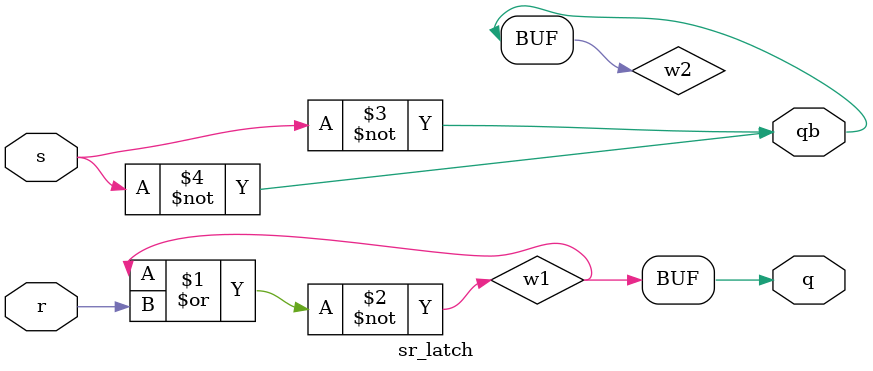
<source format=v>
module sr_latch(s,r,q,qb);
input s,r;
output q,qb;
wire w1,w2;

nor N1 (q,w1,r);
not N2 (qb,w2,s);

assign w1 = q;
assign w2 = qb;

endmodule 

</source>
